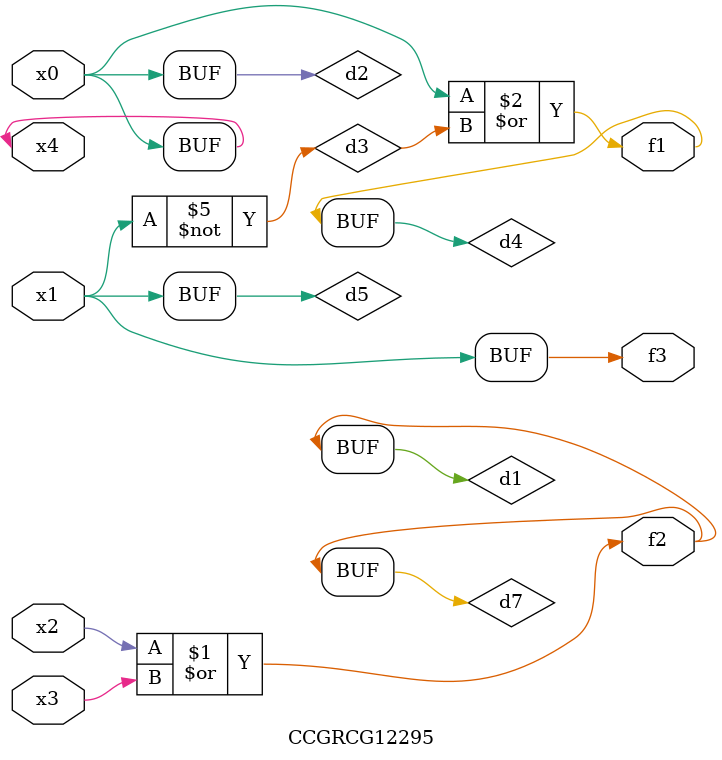
<source format=v>
module CCGRCG12295(
	input x0, x1, x2, x3, x4,
	output f1, f2, f3
);

	wire d1, d2, d3, d4, d5, d6, d7;

	or (d1, x2, x3);
	buf (d2, x0, x4);
	not (d3, x1);
	or (d4, d2, d3);
	not (d5, d3);
	nand (d6, d1, d3);
	or (d7, d1);
	assign f1 = d4;
	assign f2 = d7;
	assign f3 = d5;
endmodule

</source>
